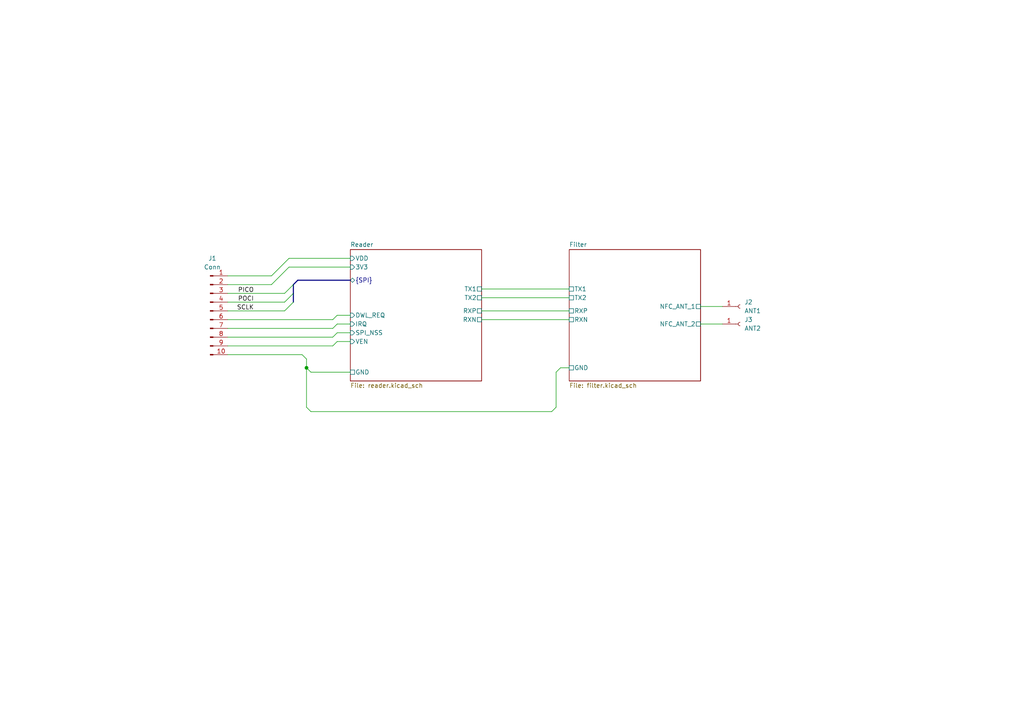
<source format=kicad_sch>
(kicad_sch (version 20231120) (generator "eeschema") (generator_version "8.0")
  (paper "A4")
  (lib_symbols
    (symbol "joka:Conn_01x01_Socket" (pin_names (offset 1.016) hide)
      (property "Reference" "J" (at 0 2.54 0))
      (property "Value" "Conn_01x01_Socket" (at 0 -2.54 0))
      (symbol "Conn_01x01_Socket_1_1"
        (polyline (pts (xy -1.27 0) (xy -0.508 0)) (stroke (width 0.1524)))
        (arc (start 0 0.508) (mid -0.5058 0) (end 0 -0.508) (stroke (width 0.1524)))
        (pin passive line (at -5.08 0 0) (length 3.81) (name "Pin_1") (number "1"))
      )
    )
    (symbol "joka:Conn_01x10_Pin" (pin_names (offset 1.016) hide)
      (property "Reference" "J" (at 0 12.7 0))
      (property "Value" "Conn_01x10_Pin" (at 0 -15.24 0))
      (symbol "Conn_01x10_Pin_1_1"
        (polyline (pts (xy 1.27 -12.7) (xy 0.8636 -12.7)) (stroke (width 0.1524)))
        (polyline (pts (xy 1.27 -10.16) (xy 0.8636 -10.16)) (stroke (width 0.1524)))
        (polyline (pts (xy 1.27 -7.62) (xy 0.8636 -7.62)) (stroke (width 0.1524)))
        (polyline (pts (xy 1.27 -5.08) (xy 0.8636 -5.08)) (stroke (width 0.1524)))
        (polyline (pts (xy 1.27 -2.54) (xy 0.8636 -2.54)) (stroke (width 0.1524)))
        (polyline (pts (xy 1.27 0) (xy 0.8636 0)) (stroke (width 0.1524)))
        (polyline (pts (xy 1.27 2.54) (xy 0.8636 2.54)) (stroke (width 0.1524)))
        (polyline (pts (xy 1.27 5.08) (xy 0.8636 5.08)) (stroke (width 0.1524)))
        (polyline (pts (xy 1.27 7.62) (xy 0.8636 7.62)) (stroke (width 0.1524)))
        (polyline (pts (xy 1.27 10.16) (xy 0.8636 10.16)) (stroke (width 0.1524)))
        (rectangle (start 0.8636 -12.573) (end 0 -12.827) (stroke (width 0.1524)) (fill (type outline)))
        (rectangle (start 0.8636 -10.033) (end 0 -10.287) (stroke (width 0.1524)) (fill (type outline)))
        (rectangle (start 0.8636 -7.493) (end 0 -7.747) (stroke (width 0.1524)) (fill (type outline)))
        (rectangle (start 0.8636 -4.953) (end 0 -5.207) (stroke (width 0.1524)) (fill (type outline)))
        (rectangle (start 0.8636 -2.413) (end 0 -2.667) (stroke (width 0.1524)) (fill (type outline)))
        (rectangle (start 0.8636 0.127) (end 0 -0.127) (stroke (width 0.1524)) (fill (type outline)))
        (rectangle (start 0.8636 2.667) (end 0 2.413) (stroke (width 0.1524)) (fill (type outline)))
        (rectangle (start 0.8636 5.207) (end 0 4.953) (stroke (width 0.1524)) (fill (type outline)))
        (rectangle (start 0.8636 7.747) (end 0 7.493) (stroke (width 0.1524)) (fill (type outline)))
        (rectangle (start 0.8636 10.287) (end 0 10.033) (stroke (width 0.1524)) (fill (type outline)))
        (pin passive line (at 5.08 10.16 180) (length 3.81) (name "Pin_1") (number "1"))
        (pin passive line (at 5.08 -12.7 180) (length 3.81) (name "Pin_10") (number "10"))
        (pin passive line (at 5.08 7.62 180) (length 3.81) (name "Pin_2") (number "2"))
        (pin passive line (at 5.08 5.08 180) (length 3.81) (name "Pin_3") (number "3"))
        (pin passive line (at 5.08 2.54 180) (length 3.81) (name "Pin_4") (number "4"))
        (pin passive line (at 5.08 0 180) (length 3.81) (name "Pin_5") (number "5"))
        (pin passive line (at 5.08 -2.54 180) (length 3.81) (name "Pin_6") (number "6"))
        (pin passive line (at 5.08 -5.08 180) (length 3.81) (name "Pin_7") (number "7"))
        (pin passive line (at 5.08 -7.62 180) (length 3.81) (name "Pin_8") (number "8"))
        (pin passive line (at 5.08 -10.16 180) (length 3.81) (name "Pin_9") (number "9"))
      )
    )
  )
  (junction (at 88.9 106.68))
  (bus_entry (at 82.55 90.17) (size 2.54 -2.54))
  (bus_entry (at 82.55 87.63) (size 2.54 -2.54))
  (bus_entry (at 82.55 85.09) (size 2.54 -2.54))
  (wire (pts (xy 101.6 74.93) (xy 83.82 74.93)))
  (wire (pts (xy 66.04 80.01) (xy 78.74 80.01)))
  (wire (pts (xy 66.04 85.09) (xy 82.55 85.09)))
  (wire (pts (xy 66.04 90.17) (xy 82.55 90.17)))
  (wire (pts (xy 203.2 88.9) (xy 209.55 88.9)))
  (wire (pts (xy 96.52 100.33) (xy 97.79 99.06)))
  (wire (pts (xy 203.2 93.98) (xy 209.55 93.98)))
  (wire (pts (xy 139.7 83.82) (xy 165.1 83.82)))
  (bus (pts (xy 85.09 82.55) (xy 85.09 85.09)))
  (wire (pts (xy 87.63 102.87) (xy 88.9 104.14)))
  (wire (pts (xy 66.04 97.79) (xy 96.52 97.79)))
  (wire (pts (xy 97.79 99.06) (xy 101.6 99.06)))
  (wire (pts (xy 66.04 100.33) (xy 96.52 100.33)))
  (wire (pts (xy 66.04 102.87) (xy 87.63 102.87)))
  (wire (pts (xy 83.82 74.93) (xy 78.74 80.01)))
  (wire (pts (xy 66.04 87.63) (xy 82.55 87.63)))
  (wire (pts (xy 101.6 96.52) (xy 97.79 96.52)))
  (wire (pts (xy 161.29 107.95) (xy 162.56 106.68)))
  (bus (pts (xy 86.36 81.28) (xy 101.6 81.28)))
  (wire (pts (xy 88.9 106.68) (xy 88.9 118.11)))
  (wire (pts (xy 139.7 92.71) (xy 165.1 92.71)))
  (wire (pts (xy 78.74 82.55) (xy 83.82 77.47)))
  (wire (pts (xy 101.6 107.95) (xy 90.17 107.95)))
  (wire (pts (xy 90.17 119.38) (xy 160.02 119.38)))
  (wire (pts (xy 161.29 118.11) (xy 161.29 107.95)))
  (wire (pts (xy 66.04 95.25) (xy 96.52 95.25)))
  (wire (pts (xy 97.79 96.52) (xy 96.52 97.79)))
  (wire (pts (xy 66.04 82.55) (xy 78.74 82.55)))
  (wire (pts (xy 101.6 91.44) (xy 97.79 91.44)))
  (wire (pts (xy 88.9 104.14) (xy 88.9 106.68)))
  (wire (pts (xy 160.02 119.38) (xy 161.29 118.11)))
  (wire (pts (xy 66.04 92.71) (xy 96.52 92.71)))
  (wire (pts (xy 88.9 118.11) (xy 90.17 119.38)))
  (wire (pts (xy 139.7 90.17) (xy 165.1 90.17)))
  (wire (pts (xy 162.56 106.68) (xy 165.1 106.68)))
  (bus (pts (xy 85.09 85.09) (xy 85.09 87.63)))
  (wire (pts (xy 83.82 77.47) (xy 101.6 77.47)))
  (wire (pts (xy 139.7 86.36) (xy 165.1 86.36)))
  (wire (pts (xy 97.79 91.44) (xy 96.52 92.71)))
  (bus (pts (xy 85.09 82.55) (xy 86.36 81.28)))
  (wire (pts (xy 90.17 107.95) (xy 88.9 106.68)))
  (wire (pts (xy 97.79 93.98) (xy 101.6 93.98)))
  (wire (pts (xy 96.52 95.25) (xy 97.79 93.98)))
  (label "SCLK" (at 73.66 90.17 180))
  (label "PICO" (at 73.66 85.09 180))
  (label "POCI" (at 73.66 87.63 180))
  (symbol (lib_id "joka:Conn_01x01_Socket") (at 214.63 88.9 0) (unit 1)
    (property "Reference" "J2" (at 215.9 87.6299 0) (effects (justify left)))
    (property "Value" "ANT1" (at 215.9 90.1699 0) (effects (justify left)))
    (property "Footprint" "joka:PinSocket_1x01_P2.54mm_Vertical" (effects (hide yes)))
    (property "Description" "Generic connector, single row, 01x01, script generated" (effects (hide yes)))
  )
  (symbol (lib_id "joka:Conn_01x01_Socket") (at 214.63 93.98 0) (unit 1)
    (property "Reference" "J3" (at 215.9 92.7099 0) (effects (justify left)))
    (property "Value" "ANT2" (at 215.9 95.2499 0) (effects (justify left)))
    (property "Footprint" "joka:PinSocket_1x01_P2.54mm_Vertical" (effects (hide yes)))
    (property "Description" "Generic connector, single row, 01x01, script generated" (effects (hide yes)))
  )
  (symbol (lib_id "joka:Conn_01x10_Pin") (at 60.96 90.17 0) (unit 1)
    (property "Reference" "J1" (at 61.595 74.93 0))
    (property "Value" "Conn" (at 61.595 77.47 0))
    (property "Footprint" "joka:PinSocket_2x05_P2.54mm_Vertical" (effects (hide yes)))
    (property "Description" "Generic connector, single row, 01x10, script generated" (effects (hide yes)))
  )
  (sheet (at 165.1 72.39) (size 38.1 38.1) (stroke (width 0.1524))
    (property "Sheetname" "Filter" (at 165.1 71.6784 0) (effects (justify left bottom)))
    (property "Sheetfile" "filter.kicad_sch" (at 165.1 111.0746 0) (effects (justify left top)))
    (pin "NFC_ANT_1" passive (at 203.2 88.9 0))
    (pin "NFC_ANT_2" passive (at 203.2 93.98 0))
    (pin "GND" passive (at 165.1 106.68 180))
    (pin "TX2" passive (at 165.1 86.36 180))
    (pin "RXP" passive (at 165.1 90.17 180))
    (pin "TX1" passive (at 165.1 83.82 180))
    (pin "RXN" passive (at 165.1 92.71 180))
  )
  (sheet (at 101.6 72.39) (size 38.1 38.1) (stroke (width 0.1524))
    (property "Sheetname" "Reader" (at 101.6 71.6784 0) (effects (justify left bottom)))
    (property "Sheetfile" "reader.kicad_sch" (at 101.6 111.0746 0) (effects (justify left top)))
    (pin "TX1" passive (at 139.7 83.82 0))
    (pin "GND" passive (at 101.6 107.95 180))
    (pin "TX2" passive (at 139.7 86.36 0))
    (pin "RXN" passive (at 139.7 92.71 0))
    (pin "RXP" passive (at 139.7 90.17 0))
    (pin "VDD" input (at 101.6 74.93 180))
    (pin "VEN" input (at 101.6 99.06 180))
    (pin "DWL_REQ" input (at 101.6 91.44 180))
    (pin "3V3" input (at 101.6 77.47 180))
    (pin "SPI_NSS" input (at 101.6 96.52 180))
    (pin "IRQ" input (at 101.6 93.98 180))
    (pin "{SPI}" bidirectional (at 101.6 81.28 180))
  )
)
</source>
